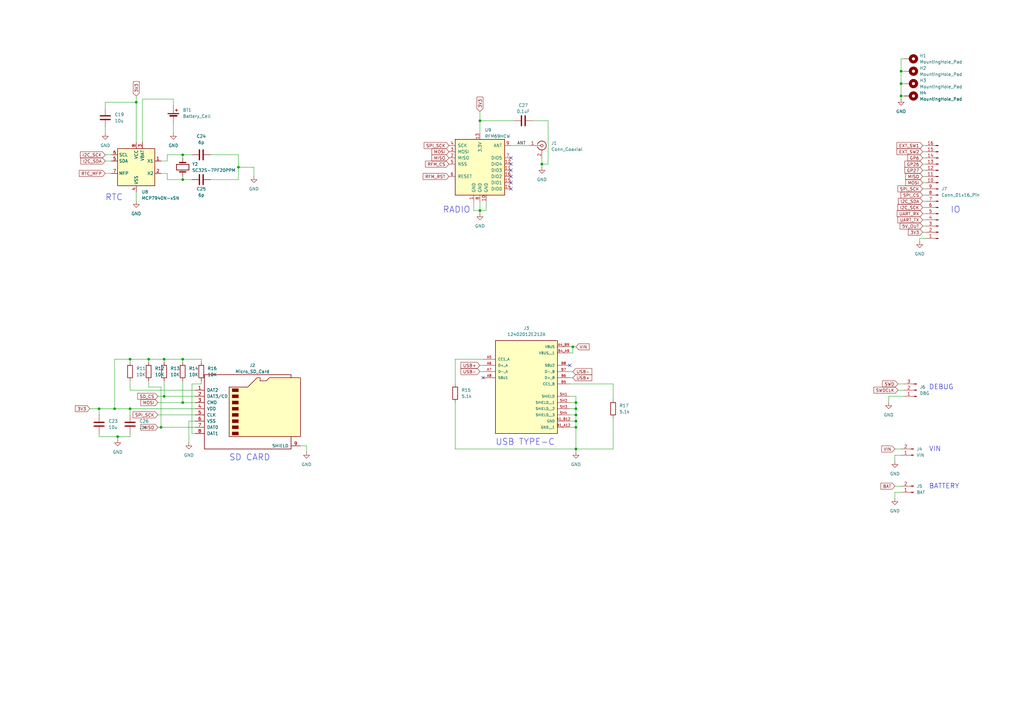
<source format=kicad_sch>
(kicad_sch (version 20231120) (generator "eeschema") (generator_version "8.0")
  (paper "A3")
  (lib_symbols
    (symbol "12402012E212A:12402012E212A" (pin_names (offset 1.016))
      (property "Reference" "J" (at -12.7 13.462 0))
      (property "Value" "12402012E212A" (at -12.7 -26.162 0))
      (symbol "12402012E212A_0_0"
        (rectangle (start -12.7 -25.4) (end 12.7 12.7) (stroke (width 0.254)) (fill (type background)))
        (pin power_in line (at 17.78 -20.32 180) (length 5.08) (name "GND") (number "A1_B12"))
        (pin power_in line (at 17.78 10.16 180) (length 5.08) (name "VBUS") (number "A4_B9"))
        (pin bidirectional line (at -17.78 5.08 0) (length 5.08) (name "CC1_A") (number "A5"))
        (pin bidirectional line (at -17.78 2.54 0) (length 5.08) (name "D+_A") (number "A6"))
        (pin bidirectional line (at -17.78 0 0) (length 5.08) (name "D-_A") (number "A7"))
        (pin bidirectional line (at -17.78 -2.54 0) (length 5.08) (name "SBU1") (number "A8"))
        (pin power_in line (at 17.78 -22.86 180) (length 5.08) (name "GND__1") (number "B1_A12"))
        (pin power_in line (at 17.78 7.62 180) (length 5.08) (name "VBUS__1") (number "B4_A9"))
        (pin bidirectional line (at 17.78 -5.08 180) (length 5.08) (name "CC1_B") (number "B5"))
        (pin bidirectional line (at 17.78 -2.54 180) (length 5.08) (name "D+_B") (number "B6"))
        (pin bidirectional line (at 17.78 0 180) (length 5.08) (name "D-_B") (number "B7"))
        (pin bidirectional line (at 17.78 2.54 180) (length 5.08) (name "SBU2") (number "B8"))
        (pin passive line (at 17.78 -10.16 180) (length 5.08) (name "SHIELD") (number "SH1"))
        (pin passive line (at 17.78 -12.7 180) (length 5.08) (name "SHIELD__1") (number "SH2"))
        (pin passive line (at 17.78 -15.24 180) (length 5.08) (name "SHIELD__2") (number "SH3"))
        (pin passive line (at 17.78 -17.78 180) (length 5.08) (name "SHIELD__3") (number "SH4"))
      )
    )
    (symbol "Connector:Conn_01x02_Pin" (pin_names (offset 1.016) hide)
      (property "Reference" "J" (at 0 2.54 0))
      (property "Value" "Conn_01x02_Pin" (at 0 -5.08 0))
      (symbol "Conn_01x02_Pin_1_1"
        (polyline (pts (xy 1.27 -2.54) (xy 0.8636 -2.54)) (stroke (width 0.1524)))
        (polyline (pts (xy 1.27 0) (xy 0.8636 0)) (stroke (width 0.1524)))
        (rectangle (start 0.8636 -2.413) (end 0 -2.667) (stroke (width 0.1524)) (fill (type outline)))
        (rectangle (start 0.8636 0.127) (end 0 -0.127) (stroke (width 0.1524)) (fill (type outline)))
        (pin passive line (at 5.08 0 180) (length 3.81) (name "Pin_1") (number "1"))
        (pin passive line (at 5.08 -2.54 180) (length 3.81) (name "Pin_2") (number "2"))
      )
    )
    (symbol "Connector:Conn_01x03_Pin" (pin_names (offset 1.016) hide)
      (property "Reference" "J" (at 0 5.08 0))
      (property "Value" "Conn_01x03_Pin" (at 0 -5.08 0))
      (symbol "Conn_01x03_Pin_1_1"
        (polyline (pts (xy 1.27 -2.54) (xy 0.8636 -2.54)) (stroke (width 0.1524)))
        (polyline (pts (xy 1.27 0) (xy 0.8636 0)) (stroke (width 0.1524)))
        (polyline (pts (xy 1.27 2.54) (xy 0.8636 2.54)) (stroke (width 0.1524)))
        (rectangle (start 0.8636 -2.413) (end 0 -2.667) (stroke (width 0.1524)) (fill (type outline)))
        (rectangle (start 0.8636 0.127) (end 0 -0.127) (stroke (width 0.1524)) (fill (type outline)))
        (rectangle (start 0.8636 2.667) (end 0 2.413) (stroke (width 0.1524)) (fill (type outline)))
        (pin passive line (at 5.08 2.54 180) (length 3.81) (name "Pin_1") (number "1"))
        (pin passive line (at 5.08 0 180) (length 3.81) (name "Pin_2") (number "2"))
        (pin passive line (at 5.08 -2.54 180) (length 3.81) (name "Pin_3") (number "3"))
      )
    )
    (symbol "Connector:Conn_01x16_Pin" (pin_names (offset 1.016) hide)
      (property "Reference" "J" (at 0 20.32 0))
      (property "Value" "Conn_01x16_Pin" (at 0 -22.86 0))
      (symbol "Conn_01x16_Pin_1_1"
        (polyline (pts (xy 1.27 -20.32) (xy 0.8636 -20.32)) (stroke (width 0.1524)))
        (polyline (pts (xy 1.27 -17.78) (xy 0.8636 -17.78)) (stroke (width 0.1524)))
        (polyline (pts (xy 1.27 -15.24) (xy 0.8636 -15.24)) (stroke (width 0.1524)))
        (polyline (pts (xy 1.27 -12.7) (xy 0.8636 -12.7)) (stroke (width 0.1524)))
        (polyline (pts (xy 1.27 -10.16) (xy 0.8636 -10.16)) (stroke (width 0.1524)))
        (polyline (pts (xy 1.27 -7.62) (xy 0.8636 -7.62)) (stroke (width 0.1524)))
        (polyline (pts (xy 1.27 -5.08) (xy 0.8636 -5.08)) (stroke (width 0.1524)))
        (polyline (pts (xy 1.27 -2.54) (xy 0.8636 -2.54)) (stroke (width 0.1524)))
        (polyline (pts (xy 1.27 0) (xy 0.8636 0)) (stroke (width 0.1524)))
        (polyline (pts (xy 1.27 2.54) (xy 0.8636 2.54)) (stroke (width 0.1524)))
        (polyline (pts (xy 1.27 5.08) (xy 0.8636 5.08)) (stroke (width 0.1524)))
        (polyline (pts (xy 1.27 7.62) (xy 0.8636 7.62)) (stroke (width 0.1524)))
        (polyline (pts (xy 1.27 10.16) (xy 0.8636 10.16)) (stroke (width 0.1524)))
        (polyline (pts (xy 1.27 12.7) (xy 0.8636 12.7)) (stroke (width 0.1524)))
        (polyline (pts (xy 1.27 15.24) (xy 0.8636 15.24)) (stroke (width 0.1524)))
        (polyline (pts (xy 1.27 17.78) (xy 0.8636 17.78)) (stroke (width 0.1524)))
        (rectangle (start 0.8636 -20.193) (end 0 -20.447) (stroke (width 0.1524)) (fill (type outline)))
        (rectangle (start 0.8636 -17.653) (end 0 -17.907) (stroke (width 0.1524)) (fill (type outline)))
        (rectangle (start 0.8636 -15.113) (end 0 -15.367) (stroke (width 0.1524)) (fill (type outline)))
        (rectangle (start 0.8636 -12.573) (end 0 -12.827) (stroke (width 0.1524)) (fill (type outline)))
        (rectangle (start 0.8636 -10.033) (end 0 -10.287) (stroke (width 0.1524)) (fill (type outline)))
        (rectangle (start 0.8636 -7.493) (end 0 -7.747) (stroke (width 0.1524)) (fill (type outline)))
        (rectangle (start 0.8636 -4.953) (end 0 -5.207) (stroke (width 0.1524)) (fill (type outline)))
        (rectangle (start 0.8636 -2.413) (end 0 -2.667) (stroke (width 0.1524)) (fill (type outline)))
        (rectangle (start 0.8636 0.127) (end 0 -0.127) (stroke (width 0.1524)) (fill (type outline)))
        (rectangle (start 0.8636 2.667) (end 0 2.413) (stroke (width 0.1524)) (fill (type outline)))
        (rectangle (start 0.8636 5.207) (end 0 4.953) (stroke (width 0.1524)) (fill (type outline)))
        (rectangle (start 0.8636 7.747) (end 0 7.493) (stroke (width 0.1524)) (fill (type outline)))
        (rectangle (start 0.8636 10.287) (end 0 10.033) (stroke (width 0.1524)) (fill (type outline)))
        (rectangle (start 0.8636 12.827) (end 0 12.573) (stroke (width 0.1524)) (fill (type outline)))
        (rectangle (start 0.8636 15.367) (end 0 15.113) (stroke (width 0.1524)) (fill (type outline)))
        (rectangle (start 0.8636 17.907) (end 0 17.653) (stroke (width 0.1524)) (fill (type outline)))
        (pin passive line (at 5.08 17.78 180) (length 3.81) (name "Pin_1") (number "1"))
        (pin passive line (at 5.08 -5.08 180) (length 3.81) (name "Pin_10") (number "10"))
        (pin passive line (at 5.08 -7.62 180) (length 3.81) (name "Pin_11") (number "11"))
        (pin passive line (at 5.08 -10.16 180) (length 3.81) (name "Pin_12") (number "12"))
        (pin passive line (at 5.08 -12.7 180) (length 3.81) (name "Pin_13") (number "13"))
        (pin passive line (at 5.08 -15.24 180) (length 3.81) (name "Pin_14") (number "14"))
        (pin passive line (at 5.08 -17.78 180) (length 3.81) (name "Pin_15") (number "15"))
        (pin passive line (at 5.08 -20.32 180) (length 3.81) (name "Pin_16") (number "16"))
        (pin passive line (at 5.08 15.24 180) (length 3.81) (name "Pin_2") (number "2"))
        (pin passive line (at 5.08 12.7 180) (length 3.81) (name "Pin_3") (number "3"))
        (pin passive line (at 5.08 10.16 180) (length 3.81) (name "Pin_4") (number "4"))
        (pin passive line (at 5.08 7.62 180) (length 3.81) (name "Pin_5") (number "5"))
        (pin passive line (at 5.08 5.08 180) (length 3.81) (name "Pin_6") (number "6"))
        (pin passive line (at 5.08 2.54 180) (length 3.81) (name "Pin_7") (number "7"))
        (pin passive line (at 5.08 0 180) (length 3.81) (name "Pin_8") (number "8"))
        (pin passive line (at 5.08 -2.54 180) (length 3.81) (name "Pin_9") (number "9"))
      )
    )
    (symbol "Connector:Conn_Coaxial" (pin_names (offset 1.016) hide)
      (property "Reference" "J" (at 0.254 3.048 0))
      (property "Value" "Conn_Coaxial" (at 2.921 0 90))
      (symbol "Conn_Coaxial_0_1"
        (arc (start -1.778 -0.508) (mid 0.2311 -1.8066) (end 1.778 0) (stroke (width 0.254)))
        (polyline (pts (xy -2.54 0) (xy -0.508 0)))
        (polyline (pts (xy 0 -2.54) (xy 0 -1.778)))
        (circle (center 0 0) (radius 0.508) (stroke (width 0.2032)))
        (arc (start 1.778 0) (mid 0.2099 1.8101) (end -1.778 0.508) (stroke (width 0.254)))
      )
      (symbol "Conn_Coaxial_1_1"
        (pin passive line (at -5.08 0 0) (length 2.54) (name "In") (number "1"))
        (pin passive line (at 0 -5.08 90) (length 2.54) (name "Ext") (number "2"))
      )
    )
    (symbol "Connector:Micro_SD_Card" (pin_names (offset 1.016))
      (property "Reference" "J" (at -16.51 15.24 0))
      (property "Value" "Micro_SD_Card" (at 16.51 15.24 0))
      (symbol "Micro_SD_Card_0_1"
        (rectangle (start -7.62 -9.525) (end -5.08 -10.795) (fill (type outline)))
        (rectangle (start -7.62 -6.985) (end -5.08 -8.255) (fill (type outline)))
        (rectangle (start -7.62 -4.445) (end -5.08 -5.715) (fill (type outline)))
        (rectangle (start -7.62 -1.905) (end -5.08 -3.175) (fill (type outline)))
        (rectangle (start -7.62 0.635) (end -5.08 -0.635) (fill (type outline)))
        (rectangle (start -7.62 3.175) (end -5.08 1.905) (fill (type outline)))
        (rectangle (start -7.62 5.715) (end -5.08 4.445) (fill (type outline)))
        (rectangle (start -7.62 8.255) (end -5.08 6.985) (fill (type outline)))
        (polyline (pts (xy 16.51 12.7) (xy 16.51 13.97) (xy -19.05 13.97) (xy -19.05 -16.51) (xy 16.51 -16.51) (xy 16.51 -11.43)) (stroke (width 0.254)))
        (polyline (pts (xy -8.89 -11.43) (xy -8.89 8.89) (xy -1.27 8.89) (xy 2.54 12.7) (xy 3.81 12.7) (xy 3.81 11.43) (xy 6.35 11.43) (xy 7.62 12.7) (xy 20.32 12.7) (xy 20.32 -11.43) (xy -8.89 -11.43)) (stroke (width 0.254)) (fill (type background)))
      )
      (symbol "Micro_SD_Card_1_1"
        (pin bidirectional line (at -22.86 7.62 0) (length 3.81) (name "DAT2") (number "1"))
        (pin bidirectional line (at -22.86 5.08 0) (length 3.81) (name "DAT3/CD") (number "2"))
        (pin input line (at -22.86 2.54 0) (length 3.81) (name "CMD") (number "3"))
        (pin power_in line (at -22.86 0 0) (length 3.81) (name "VDD") (number "4"))
        (pin input line (at -22.86 -2.54 0) (length 3.81) (name "CLK") (number "5"))
        (pin power_in line (at -22.86 -5.08 0) (length 3.81) (name "VSS") (number "6"))
        (pin bidirectional line (at -22.86 -7.62 0) (length 3.81) (name "DAT0") (number "7"))
        (pin bidirectional line (at -22.86 -10.16 0) (length 3.81) (name "DAT1") (number "8"))
        (pin passive line (at 20.32 -15.24 180) (length 3.81) (name "SHIELD") (number "9"))
      )
    )
    (symbol "Device:Battery_Cell" (pin_numbers hide) (pin_names (offset 0) hide)
      (property "Reference" "BT" (at 2.54 2.54 0))
      (property "Value" "Battery_Cell" (at 2.54 0 0))
      (symbol "Battery_Cell_0_1"
        (rectangle (start -2.286 1.778) (end 2.286 1.524) (fill (type outline)))
        (rectangle (start -1.524 1.016) (end 1.524 0.508) (fill (type outline)))
        (polyline (pts (xy 0 0.762) (xy 0 0)))
        (polyline (pts (xy 0 1.778) (xy 0 2.54)))
        (polyline (pts (xy 0.762 3.048) (xy 1.778 3.048)) (stroke (width 0.254)))
        (polyline (pts (xy 1.27 3.556) (xy 1.27 2.54)) (stroke (width 0.254)))
      )
      (symbol "Battery_Cell_1_1"
        (pin passive line (at 0 5.08 270) (length 2.54) (name "+") (number "1"))
        (pin passive line (at 0 -2.54 90) (length 2.54) (name "-") (number "2"))
      )
    )
    (symbol "Device:C" (pin_numbers hide) (pin_names (offset 0.254))
      (property "Reference" "C" (at 0.635 2.54 0))
      (property "Value" "C" (at 0.635 -2.54 0))
      (symbol "C_0_1"
        (polyline (pts (xy -2.032 -0.762) (xy 2.032 -0.762)) (stroke (width 0.508)))
        (polyline (pts (xy -2.032 0.762) (xy 2.032 0.762)) (stroke (width 0.508)))
      )
      (symbol "C_1_1"
        (pin passive line (at 0 3.81 270) (length 2.794) (name "~") (number "1"))
        (pin passive line (at 0 -3.81 90) (length 2.794) (name "~") (number "2"))
      )
    )
    (symbol "Device:Crystal" (pin_numbers hide) (pin_names (offset 1.016) hide)
      (property "Reference" "Y" (at 0 3.81 0))
      (property "Value" "Crystal" (at 0 -3.81 0))
      (symbol "Crystal_0_1"
        (rectangle (start -1.143 2.54) (end 1.143 -2.54) (stroke (width 0.3048)))
        (polyline (pts (xy -2.54 0) (xy -1.905 0)))
        (polyline (pts (xy -1.905 -1.27) (xy -1.905 1.27)) (stroke (width 0.508)))
        (polyline (pts (xy 1.905 -1.27) (xy 1.905 1.27)) (stroke (width 0.508)))
        (polyline (pts (xy 2.54 0) (xy 1.905 0)))
      )
      (symbol "Crystal_1_1"
        (pin passive line (at -3.81 0 0) (length 1.27) (name "1") (number "1"))
        (pin passive line (at 3.81 0 180) (length 1.27) (name "2") (number "2"))
      )
    )
    (symbol "Device:R" (pin_numbers hide) (pin_names (offset 0))
      (property "Reference" "R" (at 2.032 0 90))
      (property "Value" "R" (at 0 0 90))
      (symbol "R_0_1"
        (rectangle (start -1.016 -2.54) (end 1.016 2.54) (stroke (width 0.254)))
      )
      (symbol "R_1_1"
        (pin passive line (at 0 3.81 270) (length 1.27) (name "~") (number "1"))
        (pin passive line (at 0 -3.81 90) (length 1.27) (name "~") (number "2"))
      )
    )
    (symbol "GND_2" (power) (pin_numbers hide) (pin_names (offset 0) hide)
      (property "Value" "GND" (at 0 -3.81 0))
      (symbol "GND_2_0_1"
        (polyline (pts (xy 0 0) (xy 0 -1.27) (xy 1.27 -1.27) (xy 0 -2.54) (xy -1.27 -1.27) (xy 0 -1.27)))
      )
      (symbol "GND_2_1_1"
        (pin power_in line (at 0 0 270) (length 0) (name "~") (number "1"))
      )
    )
    (symbol "Mechanical:MountingHole_Pad" (pin_numbers hide) (pin_names (offset 1.016) hide) (exclude_from_sim yes) (in_bom no)
      (property "Reference" "H" (at 0 6.35 0))
      (property "Value" "MountingHole_Pad" (at 0 4.445 0))
      (symbol "MountingHole_Pad_0_1"
        (circle (center 0 1.27) (radius 1.27) (stroke (width 1.27)))
      )
      (symbol "MountingHole_Pad_1_1"
        (pin input line (at 0 -2.54 90) (length 2.54) (name "1") (number "1"))
      )
    )
    (symbol "RF_Module:RFM69HCW" (pin_names (offset 1.016))
      (property "Reference" "U" (at -10.414 11.684 0))
      (property "Value" "RFM69HCW" (at 1.524 11.43 0))
      (symbol "RFM69HCW_0_1"
        (rectangle (start -10.16 10.16) (end 10.16 -12.7) (stroke (width 0.254)) (fill (type background)))
      )
      (symbol "RFM69HCW_1_1"
        (pin power_in line (at -2.54 -15.24 90) (length 2.54) (name "GND") (number "1"))
        (pin power_in line (at 2.54 -15.24 90) (length 2.54) (name "GND") (number "10"))
        (pin bidirectional line (at 12.7 -2.54 180) (length 2.54) (name "DIO3") (number "11"))
        (pin bidirectional line (at 12.7 0 180) (length 2.54) (name "DIO4") (number "12"))
        (pin power_in line (at 0 12.7 270) (length 2.54) (name "3.3V") (number "13"))
        (pin bidirectional line (at 12.7 -10.16 180) (length 2.54) (name "DIO0") (number "14"))
        (pin bidirectional line (at 12.7 -7.62 180) (length 2.54) (name "DIO1") (number "15"))
        (pin bidirectional line (at 12.7 -5.08 180) (length 2.54) (name "DIO2") (number "16"))
        (pin output line (at -12.7 2.54 0) (length 2.54) (name "MISO") (number "2"))
        (pin input line (at -12.7 5.08 0) (length 2.54) (name "MOSI") (number "3"))
        (pin input line (at -12.7 7.62 0) (length 2.54) (name "SCK") (number "4"))
        (pin input line (at -12.7 0 0) (length 2.54) (name "NSS") (number "5"))
        (pin bidirectional line (at -12.7 -5.08 0) (length 2.54) (name "RESET") (number "6"))
        (pin bidirectional line (at 12.7 2.54 180) (length 2.54) (name "DIO5") (number "7"))
        (pin power_in line (at 0 -15.24 90) (length 2.54) (name "GND") (number "8"))
        (pin bidirectional line (at 12.7 7.62 180) (length 2.54) (name "ANT") (number "9"))
      )
    )
    (symbol "Timer_RTC:MCP7940N-xSN"
      (property "Reference" "U" (at -6.35 8.89 0))
      (property "Value" "MCP7940N-xSN" (at 11.43 8.89 0))
      (symbol "MCP7940N-xSN_0_1"
        (rectangle (start -7.62 7.62) (end 7.62 -7.62) (stroke (width 0.254)) (fill (type background)))
      )
      (symbol "MCP7940N-xSN_1_1"
        (pin input line (at 10.16 2.54 180) (length 2.54) (name "X1") (number "1"))
        (pin output line (at 10.16 -2.54 180) (length 2.54) (name "X2") (number "2"))
        (pin power_in line (at 2.54 10.16 270) (length 2.54) (name "VBAT") (number "3"))
        (pin power_in line (at 0 -10.16 90) (length 2.54) (name "VSS") (number "4"))
        (pin bidirectional line (at -10.16 2.54 0) (length 2.54) (name "SDA") (number "5"))
        (pin input line (at -10.16 5.08 0) (length 2.54) (name "SCL") (number "6"))
        (pin open_collector line (at -10.16 -2.54 0) (length 2.54) (name "MFP") (number "7"))
        (pin power_in line (at 0 10.16 270) (length 2.54) (name "VCC") (number "8"))
      )
    )
    (symbol "power:GND" (power) (pin_numbers hide) (pin_names (offset 0) hide)
      (property "Value" "GND" (at 0 -3.81 0))
      (symbol "GND_0_1"
        (polyline (pts (xy 0 0) (xy 0 -1.27) (xy 1.27 -1.27) (xy 0 -2.54) (xy -1.27 -1.27) (xy 0 -1.27)))
      )
      (symbol "GND_1_1"
        (pin power_in line (at 0 0 270) (length 0) (name "~") (number "1"))
      )
    )
  )
  (junction (at 236.22 184.15))
  (junction (at 74.93 73.66))
  (junction (at 40.64 167.64))
  (junction (at 236.22 165.1))
  (junction (at 196.85 49.53))
  (junction (at 196.85 86.36))
  (junction (at 369.57 39.37))
  (junction (at 60.96 147.32))
  (junction (at 48.26 179.07))
  (junction (at 74.93 165.1))
  (junction (at 53.34 167.64))
  (junction (at 74.93 63.5))
  (junction (at 369.57 29.21))
  (junction (at 236.22 167.64))
  (junction (at 236.22 172.72))
  (junction (at 236.22 175.26))
  (junction (at 236.22 170.18))
  (junction (at 222.25 67.31))
  (junction (at 55.88 41.91))
  (junction (at 46.99 167.64))
  (junction (at 369.57 34.29))
  (junction (at 97.79 68.58))
  (junction (at 67.31 162.56))
  (junction (at 234.95 142.24))
  (junction (at 74.93 147.32))
  (junction (at 67.31 147.32))
  (junction (at 53.34 147.32))
  (junction (at 66.04 175.26))
  (no_connect (at 198.12 154.94))
  (no_connect (at 209.55 67.31))
  (no_connect (at 209.55 77.47))
  (no_connect (at 209.55 69.85))
  (no_connect (at 209.55 74.93))
  (no_connect (at 209.55 64.77))
  (no_connect (at 209.55 72.39))
  (no_connect (at 233.68 149.86))
  (wire (pts (xy 40.64 167.64) (xy 46.99 167.64)))
  (wire (pts (xy 104.14 72.39) (xy 104.14 68.58)))
  (wire (pts (xy 68.58 66.04) (xy 68.58 63.5)))
  (wire (pts (xy 236.22 172.72) (xy 236.22 175.26)))
  (wire (pts (xy 236.22 175.26) (xy 236.22 184.15)))
  (wire (pts (xy 53.34 160.02) (xy 80.01 160.02)))
  (wire (pts (xy 378.46 95.25) (xy 379.73 95.25)))
  (wire (pts (xy 186.69 184.15) (xy 236.22 184.15)))
  (wire (pts (xy 43.18 41.91) (xy 55.88 41.91)))
  (wire (pts (xy 60.96 158.75) (xy 66.04 158.75)))
  (wire (pts (xy 68.58 71.12) (xy 68.58 73.66)))
  (wire (pts (xy 67.31 147.32) (xy 67.31 148.59)))
  (wire (pts (xy 251.46 171.45) (xy 251.46 184.15)))
  (wire (pts (xy 377.19 97.79) (xy 379.73 97.79)))
  (wire (pts (xy 222.25 67.31) (xy 222.25 68.58)))
  (wire (pts (xy 224.79 67.31) (xy 222.25 67.31)))
  (wire (pts (xy 104.14 68.58) (xy 97.79 68.58)))
  (wire (pts (xy 233.68 142.24) (xy 234.95 142.24)))
  (wire (pts (xy 251.46 163.83) (xy 251.46 157.48)))
  (wire (pts (xy 196.85 86.36) (xy 196.85 87.63)))
  (wire (pts (xy 378.46 69.85) (xy 379.73 69.85)))
  (wire (pts (xy 82.55 147.32) (xy 74.93 147.32)))
  (wire (pts (xy 236.22 165.1) (xy 236.22 167.64)))
  (wire (pts (xy 46.99 167.64) (xy 53.34 167.64)))
  (wire (pts (xy 66.04 175.26) (xy 80.01 175.26)))
  (wire (pts (xy 233.68 154.94) (xy 234.95 154.94)))
  (wire (pts (xy 71.12 43.18) (xy 71.12 40.64)))
  (wire (pts (xy 67.31 162.56) (xy 80.01 162.56)))
  (wire (pts (xy 67.31 147.32) (xy 60.96 147.32)))
  (wire (pts (xy 43.18 71.12) (xy 45.72 71.12)))
  (wire (pts (xy 369.57 39.37) (xy 370.84 39.37)))
  (wire (pts (xy 74.93 148.59) (xy 74.93 147.32)))
  (wire (pts (xy 43.18 52.07) (xy 43.18 54.61)))
  (wire (pts (xy 251.46 184.15) (xy 236.22 184.15)))
  (wire (pts (xy 209.55 59.69) (xy 217.17 59.69)))
  (wire (pts (xy 36.83 167.64) (xy 40.64 167.64)))
  (wire (pts (xy 40.64 179.07) (xy 48.26 179.07)))
  (wire (pts (xy 370.84 157.48) (xy 368.3 157.48)))
  (wire (pts (xy 64.77 170.18) (xy 80.01 170.18)))
  (wire (pts (xy 236.22 170.18) (xy 236.22 172.72)))
  (wire (pts (xy 378.46 64.77) (xy 379.73 64.77)))
  (wire (pts (xy 233.68 167.64) (xy 236.22 167.64)))
  (wire (pts (xy 46.99 147.32) (xy 46.99 167.64)))
  (wire (pts (xy 364.49 162.56) (xy 370.84 162.56)))
  (wire (pts (xy 367.03 184.15) (xy 369.57 184.15)))
  (wire (pts (xy 196.85 152.4) (xy 198.12 152.4)))
  (wire (pts (xy 369.57 29.21) (xy 369.57 34.29)))
  (wire (pts (xy 367.03 199.39) (xy 369.57 199.39)))
  (wire (pts (xy 40.64 177.8) (xy 40.64 179.07)))
  (wire (pts (xy 74.93 73.66) (xy 78.74 73.66)))
  (wire (pts (xy 370.84 24.13) (xy 369.57 24.13)))
  (wire (pts (xy 370.84 160.02) (xy 368.3 160.02)))
  (wire (pts (xy 67.31 156.21) (xy 67.31 162.56)))
  (wire (pts (xy 378.46 62.23) (xy 379.73 62.23)))
  (wire (pts (xy 97.79 73.66) (xy 86.36 73.66)))
  (wire (pts (xy 97.79 63.5) (xy 97.79 68.58)))
  (wire (pts (xy 378.46 82.55) (xy 379.73 82.55)))
  (wire (pts (xy 66.04 66.04) (xy 68.58 66.04)))
  (wire (pts (xy 378.46 87.63) (xy 379.73 87.63)))
  (wire (pts (xy 64.77 165.1) (xy 74.93 165.1)))
  (wire (pts (xy 68.58 63.5) (xy 74.93 63.5)))
  (wire (pts (xy 74.93 147.32) (xy 67.31 147.32)))
  (wire (pts (xy 82.55 157.48) (xy 78.74 157.48)))
  (wire (pts (xy 378.46 85.09) (xy 379.73 85.09)))
  (wire (pts (xy 236.22 167.64) (xy 236.22 170.18)))
  (wire (pts (xy 53.34 179.07) (xy 53.34 177.8)))
  (wire (pts (xy 364.49 165.1) (xy 364.49 162.56)))
  (wire (pts (xy 43.18 44.45) (xy 43.18 41.91)))
  (wire (pts (xy 68.58 73.66) (xy 74.93 73.66)))
  (wire (pts (xy 125.73 182.88) (xy 123.19 182.88)))
  (wire (pts (xy 367.03 201.93) (xy 367.03 204.47)))
  (wire (pts (xy 378.46 77.47) (xy 379.73 77.47)))
  (wire (pts (xy 196.85 149.86) (xy 198.12 149.86)))
  (wire (pts (xy 77.47 172.72) (xy 77.47 181.61)))
  (wire (pts (xy 53.34 147.32) (xy 53.34 148.59)))
  (wire (pts (xy 74.93 156.21) (xy 74.93 165.1)))
  (wire (pts (xy 198.12 147.32) (xy 186.69 147.32)))
  (wire (pts (xy 378.46 92.71) (xy 379.73 92.71)))
  (wire (pts (xy 53.34 156.21) (xy 53.34 160.02)))
  (wire (pts (xy 82.55 156.21) (xy 82.55 157.48)))
  (wire (pts (xy 196.85 45.72) (xy 196.85 49.53)))
  (wire (pts (xy 196.85 49.53) (xy 210.82 49.53)))
  (wire (pts (xy 222.25 64.77) (xy 222.25 67.31)))
  (wire (pts (xy 53.34 147.32) (xy 46.99 147.32)))
  (wire (pts (xy 48.26 179.07) (xy 53.34 179.07)))
  (wire (pts (xy 378.46 90.17) (xy 379.73 90.17)))
  (wire (pts (xy 196.85 54.61) (xy 196.85 49.53)))
  (wire (pts (xy 194.31 86.36) (xy 196.85 86.36)))
  (wire (pts (xy 377.19 99.06) (xy 377.19 97.79)))
  (wire (pts (xy 55.88 41.91) (xy 55.88 58.42)))
  (wire (pts (xy 236.22 162.56) (xy 236.22 165.1)))
  (wire (pts (xy 218.44 49.53) (xy 224.79 49.53)))
  (wire (pts (xy 53.34 167.64) (xy 53.34 170.18)))
  (wire (pts (xy 64.77 175.26) (xy 66.04 175.26)))
  (wire (pts (xy 74.93 63.5) (xy 74.93 64.77)))
  (wire (pts (xy 97.79 68.58) (xy 97.79 73.66)))
  (wire (pts (xy 43.18 63.5) (xy 45.72 63.5)))
  (wire (pts (xy 236.22 184.15) (xy 236.22 185.42)))
  (wire (pts (xy 199.39 82.55) (xy 199.39 86.36)))
  (wire (pts (xy 60.96 147.32) (xy 60.96 148.59)))
  (wire (pts (xy 48.26 179.07) (xy 48.26 180.34)))
  (wire (pts (xy 234.95 142.24) (xy 236.22 142.24)))
  (wire (pts (xy 378.46 80.01) (xy 379.73 80.01)))
  (wire (pts (xy 199.39 86.36) (xy 196.85 86.36)))
  (wire (pts (xy 367.03 201.93) (xy 369.57 201.93)))
  (wire (pts (xy 251.46 157.48) (xy 233.68 157.48)))
  (wire (pts (xy 233.68 172.72) (xy 236.22 172.72)))
  (wire (pts (xy 233.68 152.4) (xy 234.95 152.4)))
  (wire (pts (xy 369.57 24.13) (xy 369.57 29.21)))
  (wire (pts (xy 369.57 34.29) (xy 370.84 34.29)))
  (wire (pts (xy 367.03 186.69) (xy 369.57 186.69)))
  (wire (pts (xy 233.68 170.18) (xy 236.22 170.18)))
  (wire (pts (xy 60.96 156.21) (xy 60.96 158.75)))
  (wire (pts (xy 378.46 74.93) (xy 379.73 74.93)))
  (wire (pts (xy 367.03 186.69) (xy 367.03 189.23)))
  (wire (pts (xy 60.96 147.32) (xy 53.34 147.32)))
  (wire (pts (xy 58.42 40.64) (xy 58.42 58.42)))
  (wire (pts (xy 194.31 82.55) (xy 194.31 86.36)))
  (wire (pts (xy 82.55 148.59) (xy 82.55 147.32)))
  (wire (pts (xy 233.68 144.78) (xy 234.95 144.78)))
  (wire (pts (xy 80.01 172.72) (xy 77.47 172.72)))
  (wire (pts (xy 74.93 165.1) (xy 80.01 165.1)))
  (wire (pts (xy 64.77 162.56) (xy 67.31 162.56)))
  (wire (pts (xy 55.88 39.37) (xy 55.88 41.91)))
  (wire (pts (xy 378.46 59.69) (xy 379.73 59.69)))
  (wire (pts (xy 71.12 50.8) (xy 71.12 54.61)))
  (wire (pts (xy 86.36 63.5) (xy 97.79 63.5)))
  (wire (pts (xy 71.12 40.64) (xy 58.42 40.64)))
  (wire (pts (xy 224.79 49.53) (xy 224.79 67.31)))
  (wire (pts (xy 196.85 82.55) (xy 196.85 86.36)))
  (wire (pts (xy 78.74 157.48) (xy 78.74 177.8)))
  (wire (pts (xy 186.69 147.32) (xy 186.69 157.48)))
  (wire (pts (xy 369.57 39.37) (xy 369.57 40.64)))
  (wire (pts (xy 78.74 177.8) (xy 80.01 177.8)))
  (wire (pts (xy 378.46 67.31) (xy 379.73 67.31)))
  (wire (pts (xy 66.04 71.12) (xy 68.58 71.12)))
  (wire (pts (xy 53.34 167.64) (xy 80.01 167.64)))
  (wire (pts (xy 234.95 144.78) (xy 234.95 142.24)))
  (wire (pts (xy 125.73 185.42) (xy 125.73 182.88)))
  (wire (pts (xy 369.57 34.29) (xy 369.57 39.37)))
  (wire (pts (xy 186.69 165.1) (xy 186.69 184.15)))
  (wire (pts (xy 74.93 63.5) (xy 78.74 63.5)))
  (wire (pts (xy 55.88 78.74) (xy 55.88 82.55)))
  (wire (pts (xy 66.04 158.75) (xy 66.04 175.26)))
  (wire (pts (xy 43.18 66.04) (xy 45.72 66.04)))
  (wire (pts (xy 369.57 29.21) (xy 370.84 29.21)))
  (wire (pts (xy 233.68 165.1) (xy 236.22 165.1)))
  (wire (pts (xy 40.64 167.64) (xy 40.64 170.18)))
  (wire (pts (xy 378.46 72.39) (xy 379.73 72.39)))
  (wire (pts (xy 236.22 175.26) (xy 233.68 175.26)))
  (wire (pts (xy 233.68 162.56) (xy 236.22 162.56)))
  (wire (pts (xy 74.93 73.66) (xy 74.93 72.39)))
  (text "IO" (at 389.89 87.63 0) (effects (font (size 2.54 2.54)) (justify left bottom)))
  (text "DEBUG" (at 381 160.02 0) (effects (font (size 2 2)) (justify left bottom)))
  (text "SD CARD" (at 93.98 189.23 0) (effects (font (size 2.54 2.54)) (justify left bottom)))
  (text "RTC" (at 43.18 82.55 0) (effects (font (size 2.54 2.54)) (justify left bottom)))
  (text "RADIO" (at 181.61 87.63 0) (effects (font (size 2.54 2.54)) (justify left bottom)))
  (text "USB TYPE-C" (at 203.2 182.88 0) (effects (font (size 2.54 2.54)) (justify left bottom)))
  (text "BATTERY" (at 381 200.66 0) (effects (font (size 2 2)) (justify left bottom)))
  (text "VIN" (at 381 185.42 0) (effects (font (size 2 2)) (justify left bottom)))
  (label "ANT" (at 212.09 59.69 0))
  (global_label "I2C_SCK" (shape input) (at 43.18 63.5 180) (property "Intersheetrefs" "${INTERSHEET_REFS}" (effects (hide yes))))
  (global_label "UART_RX" (shape input) (at 378.46 87.63 180) (property "Intersheetrefs" "${INTERSHEET_REFS}" (effects (hide yes))))
  (global_label "SPI_SCK" (shape input) (at 184.15 59.69 180) (property "Intersheetrefs" "${INTERSHEET_REFS}" (effects (hide yes))))
  (global_label "RFM_RST" (shape input) (at 184.15 72.39 180) (property "Intersheetrefs" "${INTERSHEET_REFS}" (effects (hide yes))))
  (global_label "EXT_SW1" (shape input) (at 378.46 59.69 180) (property "Intersheetrefs" "${INTERSHEET_REFS}" (effects (hide yes))))
  (global_label "3V3" (shape input) (at 36.83 167.64 180) (property "Intersheetrefs" "${INTERSHEET_REFS}" (effects (hide yes))))
  (global_label "SWD" (shape input) (at 368.3 157.48 180) (property "Intersheetrefs" "${INTERSHEET_REFS}" (effects (hide yes))))
  (global_label "3V3" (shape input) (at 55.88 39.37 90) (property "Intersheetrefs" "${INTERSHEET_REFS}" (effects (hide yes))))
  (global_label "EXT_SW2" (shape input) (at 378.46 62.23 180) (property "Intersheetrefs" "${INTERSHEET_REFS}" (effects (hide yes))))
  (global_label "MOSI" (shape input) (at 64.77 165.1 180) (property "Intersheetrefs" "${INTERSHEET_REFS}" (effects (hide yes))))
  (global_label "3V3" (shape input) (at 196.85 45.72 90) (property "Intersheetrefs" "${INTERSHEET_REFS}" (effects (hide yes))))
  (global_label "SD_CS" (shape input) (at 64.77 162.56 180) (property "Intersheetrefs" "${INTERSHEET_REFS}" (effects (hide yes))))
  (global_label "SWDCLK" (shape input) (at 368.3 160.02 180) (property "Intersheetrefs" "${INTERSHEET_REFS}" (effects (hide yes))))
  (global_label "I2C_SDA" (shape input) (at 378.46 82.55 180) (property "Intersheetrefs" "${INTERSHEET_REFS}" (effects (hide yes))))
  (global_label "BAT" (shape input) (at 367.03 199.39 180) (property "Intersheetrefs" "${INTERSHEET_REFS}" (effects (hide yes))))
  (global_label "MISO" (shape input) (at 378.46 72.39 180) (property "Intersheetrefs" "${INTERSHEET_REFS}" (effects (hide yes))))
  (global_label "USB+" (shape input) (at 234.95 154.94 0) (property "Intersheetrefs" "${INTERSHEET_REFS}" (effects (hide yes))))
  (global_label "SPI_SCK" (shape input) (at 378.46 77.47 180) (property "Intersheetrefs" "${INTERSHEET_REFS}" (effects (hide yes))))
  (global_label "MISO" (shape input) (at 184.15 64.77 180) (property "Intersheetrefs" "${INTERSHEET_REFS}" (effects (hide yes))))
  (global_label "RTC_MFP" (shape input) (at 43.18 71.12 180) (property "Intersheetrefs" "${INTERSHEET_REFS}" (effects (hide yes))))
  (global_label "USB-" (shape input) (at 234.95 152.4 0) (property "Intersheetrefs" "${INTERSHEET_REFS}" (effects (hide yes))))
  (global_label "VIN" (shape input) (at 236.22 142.24 0) (property "Intersheetrefs" "${INTERSHEET_REFS}" (effects (hide yes))))
  (global_label "I2C_SDA" (shape input) (at 43.18 66.04 180) (property "Intersheetrefs" "${INTERSHEET_REFS}" (effects (hide yes))))
  (global_label "5V_OUT" (shape input) (at 378.46 92.71 180) (property "Intersheetrefs" "${INTERSHEET_REFS}" (effects (hide yes))))
  (global_label "MOSI" (shape input) (at 378.46 74.93 180) (property "Intersheetrefs" "${INTERSHEET_REFS}" (effects (hide yes))))
  (global_label "VIN" (shape input) (at 367.03 184.15 180) (property "Intersheetrefs" "${INTERSHEET_REFS}" (effects (hide yes))))
  (global_label "MOSI" (shape input) (at 184.15 62.23 180) (property "Intersheetrefs" "${INTERSHEET_REFS}" (effects (hide yes))))
  (global_label "I2C_SCK" (shape input) (at 378.46 85.09 180) (property "Intersheetrefs" "${INTERSHEET_REFS}" (effects (hide yes))))
  (global_label "USB-" (shape input) (at 196.85 152.4 180) (property "Intersheetrefs" "${INTERSHEET_REFS}" (effects (hide yes))))
  (global_label "RFM_CS" (shape input) (at 184.15 67.31 180) (property "Intersheetrefs" "${INTERSHEET_REFS}" (effects (hide yes))))
  (global_label "SPI_SCK" (shape input) (at 64.77 170.18 180) (property "Intersheetrefs" "${INTERSHEET_REFS}" (effects (hide yes))))
  (global_label "GP26" (shape input) (at 378.46 67.31 180) (property "Intersheetrefs" "${INTERSHEET_REFS}" (effects (hide yes))))
  (global_label "3V3" (shape input) (at 378.46 95.25 180) (property "Intersheetrefs" "${INTERSHEET_REFS}" (effects (hide yes))))
  (global_label "GP6" (shape input) (at 378.46 64.77 180) (property "Intersheetrefs" "${INTERSHEET_REFS}" (effects (hide yes))))
  (global_label "UART_TX" (shape input) (at 378.46 90.17 180) (property "Intersheetrefs" "${INTERSHEET_REFS}" (effects (hide yes))))
  (global_label "USB+" (shape input) (at 196.85 149.86 180) (property "Intersheetrefs" "${INTERSHEET_REFS}" (effects (hide yes))))
  (global_label "MISO" (shape input) (at 64.77 175.26 180) (property "Intersheetrefs" "${INTERSHEET_REFS}" (effects (hide yes))))
  (global_label "SPI_CS" (shape input) (at 378.46 80.01 180) (property "Intersheetrefs" "${INTERSHEET_REFS}" (effects (hide yes))))
  (global_label "GP27" (shape input) (at 378.46 69.85 180) (property "Intersheetrefs" "${INTERSHEET_REFS}" (effects (hide yes))))
  (symbol (lib_id "Connector:Conn_01x16_Pin") (at 384.81 80.01 180) (unit 1)
    (property "Reference" "J7" (at 386.08 77.47 0) (effects (justify right)))
    (property "Value" "Conn_01x16_Pin" (at 386.08 80.01 0) (effects (justify right)))
    (property "Footprint" "Connector_PinHeader_2.54mm:PinHeader_1x16_P2.54mm_Vertical" (effects (hide yes)))
  )
  (symbol (lib_id "power:GND") (at 367.03 204.47 0) (unit 1)
    (property "Reference" "#PWR026" (effects (hide yes)))
    (property "Value" "GND" (at 367.03 209.55 0))
    (property "Description" "Power symbol creates a global label with name \"GND\" , ground" (effects (hide yes)))
  )
  (symbol (lib_name "GND_2") (lib_id "power:GND") (at 125.73 185.42 0) (unit 1)
    (property "Reference" "#PWR022" (effects (hide yes)))
    (property "Value" "GND" (at 125.73 190.5 0))
    (property "Description" "Power symbol creates a global label with name \"GND\" , ground" (effects (hide yes)))
  )
  (symbol (lib_id "Connector:Conn_Coaxial") (at 222.25 59.69 0) (unit 1)
    (property "Reference" "J1" (at 226.06 58.7131 0) (effects (justify left)))
    (property "Value" "Conn_Coaxial" (at 226.06 61.2531 0) (effects (justify left)))
    (property "Footprint" "Connector_Coaxial:SMA_Samtec_SMA-J-P-H-ST-EM1_EdgeMount" (effects (hide yes)))
    (property "Description" "coaxial connector (BNC, SMA, SMB, SMC, Cinch/RCA, LEMO, ...)" (effects (hide yes)))
  )
  (symbol (lib_id "power:GND") (at 236.22 185.42 0) (unit 1)
    (property "Reference" "#PWR023" (effects (hide yes)))
    (property "Value" "GND" (at 236.22 190.5 0))
    (property "Description" "Power symbol creates a global label with name \"GND\" , ground" (effects (hide yes)))
  )
  (symbol (lib_name "GND_2") (lib_id "power:GND") (at 77.47 181.61 0) (unit 1)
    (property "Reference" "#PWR021" (effects (hide yes)))
    (property "Value" "GND" (at 77.47 186.69 0))
    (property "Description" "Power symbol creates a global label with name \"GND\" , ground" (effects (hide yes)))
  )
  (symbol (lib_id "Mechanical:MountingHole_Pad") (at 373.38 39.37 270) (unit 1) (exclude_from_sim yes) (in_bom no)
    (property "Reference" "H4" (at 377.19 38.0999 90) (effects (justify left)))
    (property "Value" "MountingHole_Pad" (at 377.19 40.6399 90) (effects (justify left)))
    (property "Footprint" "MountingHole:MountingHole_2.2mm_M2_Pad" (effects (hide yes)))
    (property "Description" "Mounting Hole with connection" (effects (hide yes)))
  )
  (symbol (lib_id "Timer_RTC:MCP7940N-xSN") (at 55.88 68.58 0) (unit 1)
    (property "Reference" "U8" (at 58.0741 78.74 0) (effects (justify left)))
    (property "Value" "MCP7940N-xSN" (at 58.0741 81.28 0) (effects (justify left)))
    (property "Footprint" "Package_SO:SOIC-8_3.9x4.9mm_P1.27mm" (effects (hide yes)))
    (property "Datasheet" "http://ww1.microchip.com/downloads/en/DeviceDoc/20005010F.pdf" (effects (hide yes)))
  )
  (symbol (lib_id "Connector:Micro_SD_Card") (at 102.87 167.64 0) (unit 1)
    (property "Reference" "J2" (at 103.505 149.86 0))
    (property "Value" "Micro_SD_Card" (at 103.505 152.4 0))
    (property "Footprint" "Connector_Card:microSD_HC_Molex_104031-0811" (effects (hide yes)))
    (property "Datasheet" "http://katalog.we-online.de/em/datasheet/693072010801.pdf" (effects (hide yes)))
  )
  (symbol (lib_id "Device:R") (at 74.93 152.4 0) (unit 1)
    (property "Reference" "R14" (at 77.47 151.1299 0) (effects (justify left)))
    (property "Value" "10K" (at 77.47 153.6699 0) (effects (justify left)))
    (property "Footprint" "Resistor_SMD:R_0805_2012Metric_Pad1.20x1.40mm_HandSolder" (effects (hide yes)))
  )
  (symbol (lib_id "Device:C") (at 53.34 173.99 0) (unit 1)
    (property "Reference" "C26" (at 57.15 172.72 0) (effects (justify left)))
    (property "Value" ".1u" (at 57.15 175.26 0) (effects (justify left)))
    (property "Footprint" "Capacitor_SMD:C_0402_1005Metric" (effects (hide yes)))
  )
  (symbol (lib_name "GND_2") (lib_id "power:GND") (at 196.85 87.63 0) (unit 1)
    (property "Reference" "#PWR018" (effects (hide yes)))
    (property "Value" "GND" (at 196.85 92.71 0))
    (property "Description" "Power symbol creates a global label with name \"GND\" , ground" (effects (hide yes)))
  )
  (symbol (lib_name "GND_2") (lib_id "power:GND") (at 71.12 54.61 0) (unit 1)
    (property "Reference" "#PWR015" (effects (hide yes)))
    (property "Value" "GND" (at 71.12 59.69 0))
    (property "Description" "Power symbol creates a global label with name \"GND\" , ground" (effects (hide yes)))
  )
  (symbol (lib_id "Device:R") (at 60.96 152.4 0) (unit 1)
    (property "Reference" "R12" (at 63.5 151.1299 0) (effects (justify left)))
    (property "Value" "10K" (at 63.5 153.6699 0) (effects (justify left)))
    (property "Footprint" "Resistor_SMD:R_0805_2012Metric_Pad1.20x1.40mm_HandSolder" (effects (hide yes)))
  )
  (symbol (lib_id "Device:R") (at 53.34 152.4 0) (unit 1)
    (property "Reference" "R11" (at 55.88 151.1299 0) (effects (justify left)))
    (property "Value" "10K" (at 55.88 153.6699 0) (effects (justify left)))
    (property "Footprint" "Resistor_SMD:R_0805_2012Metric_Pad1.20x1.40mm_HandSolder" (effects (hide yes)))
  )
  (symbol (lib_name "GND_2") (lib_id "power:GND") (at 43.18 54.61 0) (unit 1)
    (property "Reference" "#PWR013" (effects (hide yes)))
    (property "Value" "GND" (at 43.18 59.69 0))
    (property "Description" "Power symbol creates a global label with name \"GND\" , ground" (effects (hide yes)))
  )
  (symbol (lib_id "Mechanical:MountingHole_Pad") (at 373.38 34.29 270) (unit 1) (exclude_from_sim yes) (in_bom no)
    (property "Reference" "H3" (at 377.19 33.0199 90) (effects (justify left)))
    (property "Value" "MountingHole_Pad" (at 377.19 35.5599 90) (effects (justify left)))
    (property "Footprint" "MountingHole:MountingHole_2.2mm_M2_Pad" (effects (hide yes)))
    (property "Description" "Mounting Hole with connection" (effects (hide yes)))
  )
  (symbol (lib_id "Device:C") (at 82.55 63.5 90) (unit 1)
    (property "Reference" "C24" (at 82.55 55.88 90))
    (property "Value" "6p" (at 82.55 58.42 90))
    (property "Footprint" "Capacitor_SMD:C_0603_1608Metric_Pad1.08x0.95mm_HandSolder" (effects (hide yes)))
  )
  (symbol (lib_name "GND_2") (lib_id "power:GND") (at 222.25 68.58 0) (unit 1)
    (property "Reference" "#PWR020" (effects (hide yes)))
    (property "Value" "GND" (at 222.25 73.66 0))
    (property "Description" "Power symbol creates a global label with name \"GND\" , ground" (effects (hide yes)))
  )
  (symbol (lib_id "RF_Module:RFM69HCW") (at 196.85 67.31 0) (unit 1)
    (property "Reference" "U9" (at 198.8059 53.34 0) (effects (justify left)))
    (property "Value" "RFM69HCW" (at 198.8059 55.88 0) (effects (justify left)))
    (property "Footprint" "RF_Module:HOPERF_RFM9XW_SMD" (effects (hide yes)))
    (property "Datasheet" "https://www.hoperf.com/data/upload/portal/20181127/5bfcb8284d838.pdf" (effects (hide yes)))
  )
  (symbol (lib_name "GND_2") (lib_id "power:GND") (at 377.19 99.06 0) (unit 1)
    (property "Reference" "#PWR027" (effects (hide yes)))
    (property "Value" "GND" (at 377.19 104.14 0))
    (property "Description" "Power symbol creates a global label with name \"GND\" , ground" (effects (hide yes)))
  )
  (symbol (lib_id "Connector:Conn_01x02_Pin") (at 374.65 186.69 180) (unit 1)
    (property "Reference" "J4" (at 375.92 184.15 0) (effects (justify right)))
    (property "Value" "VIN" (at 375.92 186.69 0) (effects (justify right)))
    (property "Footprint" "Connector_PinHeader_2.54mm:PinHeader_1x02_P2.54mm_Vertical" (effects (hide yes)))
  )
  (symbol (lib_name "GND_2") (lib_id "power:GND") (at 104.14 72.39 0) (unit 1)
    (property "Reference" "#PWR019" (effects (hide yes)))
    (property "Value" "GND" (at 104.14 77.47 0))
    (property "Description" "Power symbol creates a global label with name \"GND\" , ground" (effects (hide yes)))
  )
  (symbol (lib_id "Device:Crystal") (at 74.93 68.58 270) (unit 1)
    (property "Reference" "Y2" (at 78.74 67.31 90) (effects (justify left)))
    (property "Value" "SC32S-7PF20PPM" (at 78.74 69.85 90) (effects (justify left)))
    (property "Footprint" "sc32s:XTAL_SC32S-7PF20PPM_EPS" (effects (hide yes)))
  )
  (symbol (lib_name "GND_2") (lib_id "power:GND") (at 55.88 82.55 0) (unit 1)
    (property "Reference" "#PWR014" (effects (hide yes)))
    (property "Value" "GND" (at 55.88 87.63 0))
    (property "Description" "Power symbol creates a global label with name \"GND\" , ground" (effects (hide yes)))
  )
  (symbol (lib_id "Device:C") (at 43.18 48.26 0) (unit 1)
    (property "Reference" "C19" (at 46.99 46.99 0) (effects (justify left)))
    (property "Value" "10u" (at 46.99 49.53 0) (effects (justify left)))
    (property "Footprint" "Capacitor_SMD:C_0805_2012Metric_Pad1.18x1.45mm_HandSolder" (effects (hide yes)))
  )
  (symbol (lib_name "GND_2") (lib_id "power:GND") (at 369.57 40.64 0) (unit 1)
    (property "Reference" "#PWR01" (effects (hide yes)))
    (property "Value" "GND" (at 369.57 45.72 0))
    (property "Description" "Power symbol creates a global label with name \"GND\" , ground" (effects (hide yes)))
  )
  (symbol (lib_name "GND_2") (lib_id "power:GND") (at 48.26 180.34 0) (unit 1)
    (property "Reference" "#PWR017" (effects (hide yes)))
    (property "Value" "GND" (at 48.26 185.42 0))
    (property "Description" "Power symbol creates a global label with name \"GND\" , ground" (effects (hide yes)))
  )
  (symbol (lib_id "Device:C") (at 40.64 173.99 0) (unit 1)
    (property "Reference" "C23" (at 44.45 172.72 0) (effects (justify left)))
    (property "Value" "10u" (at 44.45 175.26 0) (effects (justify left)))
    (property "Footprint" "Capacitor_SMD:C_0805_2012Metric_Pad1.18x1.45mm_HandSolder" (effects (hide yes)))
  )
  (symbol (lib_id "Device:R") (at 82.55 152.4 0) (unit 1)
    (property "Reference" "R16" (at 85.09 151.1299 0) (effects (justify left)))
    (property "Value" "10K" (at 85.09 153.6699 0) (effects (justify left)))
    (property "Footprint" "Resistor_SMD:R_0805_2012Metric_Pad1.20x1.40mm_HandSolder" (effects (hide yes)))
  )
  (symbol (lib_id "Device:C") (at 82.55 73.66 90) (unit 1)
    (property "Reference" "C25" (at 82.55 77.47 90))
    (property "Value" "6p" (at 82.55 80.01 90))
    (property "Footprint" "Capacitor_SMD:C_0603_1608Metric_Pad1.08x0.95mm_HandSolder" (effects (hide yes)))
  )
  (symbol (lib_id "Connector:Conn_01x02_Pin") (at 374.65 201.93 180) (unit 1)
    (property "Reference" "J5" (at 375.92 199.39 0) (effects (justify right)))
    (property "Value" "BAT" (at 375.92 201.93 0) (effects (justify right)))
    (property "Footprint" "Connector_PinHeader_2.54mm:PinHeader_1x02_P2.54mm_Vertical" (effects (hide yes)))
  )
  (symbol (lib_id "Device:Battery_Cell") (at 71.12 48.26 0) (unit 1)
    (property "Reference" "BT1" (at 74.93 45.1485 0) (effects (justify left)))
    (property "Value" "Battery_Cell" (at 74.93 47.6885 0) (effects (justify left)))
    (property "Footprint" "BAT-HLD-001:BAT_BAT-HLD-001-THM" (effects (hide yes)))
  )
  (symbol (lib_id "Device:R") (at 67.31 152.4 0) (unit 1)
    (property "Reference" "R13" (at 69.85 151.1299 0) (effects (justify left)))
    (property "Value" "10K" (at 69.85 153.6699 0) (effects (justify left)))
    (property "Footprint" "Resistor_SMD:R_0805_2012Metric_Pad1.20x1.40mm_HandSolder" (effects (hide yes)))
  )
  (symbol (lib_id "12402012E212A:12402012E212A") (at 215.9 152.4 0) (unit 1)
    (property "Reference" "J3" (at 215.9 134.62 0))
    (property "Value" "12402012E212A" (at 215.9 137.16 0))
    (property "Footprint" "usbc:AMPHENOL_12402012E212A" (effects (hide yes)))
    (property "PARTREV" "4" (effects (hide yes)))
    (property "STANDARD" "Manufacturer Recommendations" (effects (hide yes)))
    (property "MAXIMUM_PACKAGE_HEIGHT" "3.26 mm" (effects (hide yes)))
    (property "MANUFACTURER" "Amphenol" (effects (hide yes)))
  )
  (symbol (lib_id "Device:R") (at 186.69 161.29 0) (unit 1)
    (property "Reference" "R15" (at 189.23 160.0199 0) (effects (justify left)))
    (property "Value" "5.1k" (at 189.23 162.5599 0) (effects (justify left)))
    (property "Footprint" "Resistor_SMD:R_0805_2012Metric_Pad1.20x1.40mm_HandSolder" (effects (hide yes)))
    (property "Description" "Resistor" (effects (hide yes)))
  )
  (symbol (lib_name "GND_2") (lib_id "power:GND") (at 364.49 165.1 0) (unit 1)
    (property "Reference" "#PWR024" (effects (hide yes)))
    (property "Value" "GND" (at 364.49 170.18 0))
    (property "Description" "Power symbol creates a global label with name \"GND\" , ground" (effects (hide yes)))
  )
  (symbol (lib_id "Mechanical:MountingHole_Pad") (at 373.38 29.21 270) (unit 1) (exclude_from_sim yes) (in_bom no)
    (property "Reference" "H2" (at 377.19 27.9399 90) (effects (justify left)))
    (property "Value" "MountingHole_Pad" (at 377.19 30.4799 90) (effects (justify left)))
    (property "Footprint" "MountingHole:MountingHole_2.2mm_M2_Pad" (effects (hide yes)))
    (property "Description" "Mounting Hole with connection" (effects (hide yes)))
  )
  (symbol (lib_id "Device:R") (at 251.46 167.64 0) (unit 1)
    (property "Reference" "R17" (at 254 166.3699 0) (effects (justify left)))
    (property "Value" "5.1k" (at 254 168.9099 0) (effects (justify left)))
    (property "Footprint" "Resistor_SMD:R_0805_2012Metric_Pad1.20x1.40mm_HandSolder" (effects (hide yes)))
    (property "Description" "Resistor" (effects (hide yes)))
  )
  (symbol (lib_id "Connector:Conn_01x03_Pin") (at 375.92 160.02 180) (unit 1)
    (property "Reference" "J6" (at 377.19 158.75 0) (effects (justify right)))
    (property "Value" "DBG" (at 377.19 161.29 0) (effects (justify right)))
    (property "Footprint" "Connector_PinHeader_2.54mm:PinHeader_1x03_P2.54mm_Vertical" (effects (hide yes)))
  )
  (symbol (lib_id "Device:C") (at 214.63 49.53 90) (unit 1)
    (property "Reference" "C27" (at 214.63 43.18 90))
    (property "Value" "0.1uF" (at 214.63 45.72 90))
    (property "Footprint" "Capacitor_SMD:C_0402_1005Metric" (effects (hide yes)))
  )
  (symbol (lib_name "GND_2") (lib_id "power:GND") (at 367.03 189.23 0) (unit 1)
    (property "Reference" "#PWR025" (effects (hide yes)))
    (property "Value" "GND" (at 367.03 194.31 0))
    (property "Description" "Power symbol creates a global label with name \"GND\" , ground" (effects (hide yes)))
  )
  (symbol (lib_id "Mechanical:MountingHole_Pad") (at 373.38 24.13 270) (unit 1) (exclude_from_sim yes) (in_bom no)
    (property "Reference" "H1" (at 377.19 22.8599 90) (effects (justify left)))
    (property "Value" "MountingHole_Pad" (at 377.19 25.3999 90) (effects (justify left)))
    (property "Footprint" "MountingHole:MountingHole_2.2mm_M2_Pad" (effects (hide yes)))
    (property "Description" "Mounting Hole with connection" (effects (hide yes)))
  )
  (sheet (at 509.27 0) (size 378.46 292.1) (stroke (width 0.1524))
    (property "Sheetname" "Power" (at 509.27 -0.7116 0) (effects (justify left bottom)))
    (property "Sheetfile" "power.kicad_sch" (at 509.27 292.6846 0) (effects (justify left top)))
  )
  (sheet (at 0 381) (size 416.56 256.54) (stroke (width 0.1524))
    (property "Sheetname" "MCU" (at 0 380.2884 0) (effects (justify left bottom)))
    (property "Sheetfile" "mcu.kicad_sch" (at 0 638.1246 0) (effects (justify left top)))
  )
)
</source>
